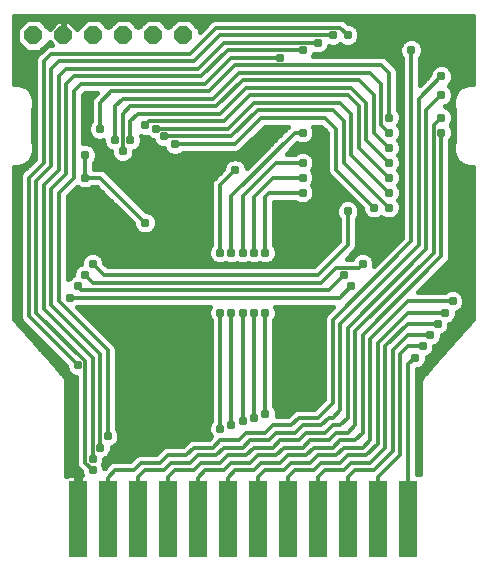
<source format=gbl>
G75*
%MOIN*%
%OFA0B0*%
%FSLAX24Y24*%
%IPPOS*%
%LPD*%
%AMOC8*
5,1,8,0,0,1.08239X$1,22.5*
%
%ADD10R,0.0600X0.2550*%
%ADD11OC8,0.0600*%
%ADD12C,0.0160*%
%ADD13C,0.0310*%
%ADD14C,0.0120*%
D10*
X002725Y003800D03*
X003725Y003800D03*
X004725Y003800D03*
X005725Y003800D03*
X006725Y003800D03*
X007725Y003800D03*
X008725Y003800D03*
X009725Y003800D03*
X010725Y003800D03*
X011725Y003800D03*
X012725Y003800D03*
X013725Y003800D03*
D11*
X006225Y019925D03*
X005225Y019925D03*
X004225Y019925D03*
X003225Y019925D03*
X002225Y019925D03*
X001225Y019925D03*
D12*
X000925Y019462D02*
X000580Y019462D01*
X000580Y019620D02*
X000766Y019620D01*
X000685Y019701D02*
X001001Y019385D01*
X001449Y019385D01*
X001765Y019701D01*
X001765Y019706D01*
X001861Y019610D01*
X001765Y019610D01*
X001655Y019564D01*
X001571Y019480D01*
X001321Y019230D01*
X001275Y019120D01*
X001275Y015809D01*
X000821Y015355D01*
X000775Y015245D01*
X000775Y010500D01*
X000821Y010390D01*
X002305Y008906D01*
X002305Y008856D01*
X002365Y008711D01*
X002476Y008600D01*
X002621Y008540D01*
X002650Y008540D01*
X002650Y005625D01*
X002696Y005515D01*
X002780Y005431D01*
X002805Y005406D01*
X002805Y005356D01*
X002847Y005255D01*
X002795Y005255D01*
X002795Y004675D01*
X002655Y004675D01*
X002655Y005255D01*
X002401Y005255D01*
X002356Y005243D01*
X002330Y005228D01*
X002330Y008284D01*
X002335Y008363D01*
X002330Y008379D01*
X002330Y008395D01*
X002300Y008469D01*
X002274Y008544D01*
X002263Y008557D01*
X002257Y008572D01*
X002201Y008628D01*
X000580Y010480D01*
X000580Y015538D01*
X000727Y015538D01*
X000805Y015570D01*
X000820Y015570D01*
X000997Y015643D01*
X001132Y015778D01*
X001205Y015955D01*
X001205Y015970D01*
X001237Y016048D01*
X001237Y016302D01*
X001205Y016380D01*
X001205Y017470D01*
X001237Y017548D01*
X001237Y017802D01*
X001205Y017880D01*
X001205Y017895D01*
X001132Y018072D01*
X000997Y018207D01*
X000820Y018280D01*
X000805Y018280D01*
X000727Y018312D01*
X000580Y018312D01*
X000580Y020570D01*
X015870Y020570D01*
X015870Y018312D01*
X015723Y018312D01*
X015645Y018280D01*
X015630Y018280D01*
X015453Y018207D01*
X015318Y018072D01*
X015245Y017895D01*
X015245Y017880D01*
X015213Y017802D01*
X015213Y017548D01*
X015245Y017470D01*
X015245Y016380D01*
X015213Y016302D01*
X015213Y016048D01*
X015245Y015970D01*
X015245Y015955D01*
X015318Y015778D01*
X015453Y015643D01*
X015630Y015570D01*
X015645Y015570D01*
X015723Y015538D01*
X015870Y015538D01*
X015870Y010480D01*
X014249Y008628D01*
X014193Y008572D01*
X014187Y008557D01*
X014176Y008544D01*
X014150Y008469D01*
X014120Y008395D01*
X014120Y008379D01*
X014115Y008363D01*
X014120Y008284D01*
X014120Y005295D01*
X014073Y005315D01*
X014025Y005315D01*
X014025Y008790D01*
X014029Y008790D01*
X014174Y008850D01*
X014285Y008961D01*
X014345Y009106D01*
X014345Y009193D01*
X014424Y009225D01*
X014535Y009336D01*
X014595Y009481D01*
X014595Y009568D01*
X014674Y009600D01*
X014785Y009711D01*
X014845Y009856D01*
X014845Y009943D01*
X014924Y009975D01*
X015035Y010086D01*
X015095Y010231D01*
X015095Y010318D01*
X015174Y010350D01*
X015285Y010461D01*
X015345Y010606D01*
X015345Y010693D01*
X015424Y010725D01*
X015535Y010836D01*
X015595Y010981D01*
X015595Y011139D01*
X015535Y011284D01*
X015424Y011395D01*
X015279Y011455D01*
X015121Y011455D01*
X014976Y011395D01*
X014941Y011360D01*
X014049Y011360D01*
X014995Y012306D01*
X015079Y012390D01*
X015125Y012500D01*
X015125Y016426D01*
X015160Y016461D01*
X015220Y016606D01*
X015220Y016764D01*
X015160Y016909D01*
X015134Y016935D01*
X015160Y016961D01*
X015220Y017106D01*
X015220Y017264D01*
X015160Y017409D01*
X015049Y017520D01*
X014952Y017560D01*
X015049Y017600D01*
X015160Y017711D01*
X015220Y017856D01*
X015220Y018014D01*
X015160Y018159D01*
X015071Y018248D01*
X015160Y018336D01*
X015220Y018481D01*
X015220Y018639D01*
X015160Y018784D01*
X015049Y018895D01*
X014904Y018955D01*
X014746Y018955D01*
X014601Y018895D01*
X014490Y018784D01*
X014430Y018639D01*
X014430Y018589D01*
X014125Y018284D01*
X014125Y019176D01*
X014160Y019211D01*
X014220Y019356D01*
X014220Y019514D01*
X014160Y019659D01*
X014049Y019770D01*
X013904Y019830D01*
X013746Y019830D01*
X013601Y019770D01*
X013490Y019659D01*
X013430Y019514D01*
X013430Y019356D01*
X013490Y019211D01*
X013525Y019176D01*
X013525Y013184D01*
X012595Y012254D01*
X012595Y012389D01*
X012535Y012534D01*
X012424Y012645D01*
X012279Y012705D01*
X012121Y012705D01*
X011976Y012645D01*
X011865Y012534D01*
X011845Y012485D01*
X011674Y012485D01*
X011954Y012765D01*
X012000Y012875D01*
X012000Y013801D01*
X012035Y013836D01*
X012095Y013981D01*
X012095Y014139D01*
X012035Y014284D01*
X011924Y014395D01*
X011779Y014455D01*
X011621Y014455D01*
X011476Y014395D01*
X011365Y014284D01*
X011305Y014139D01*
X011305Y013981D01*
X011365Y013836D01*
X011400Y013801D01*
X011400Y013059D01*
X010576Y012235D01*
X003699Y012235D01*
X003595Y012339D01*
X003595Y012389D01*
X003535Y012534D01*
X003424Y012645D01*
X003279Y012705D01*
X003121Y012705D01*
X002976Y012645D01*
X002865Y012534D01*
X002805Y012389D01*
X002805Y012302D01*
X002726Y012270D01*
X002615Y012159D01*
X002555Y012014D01*
X002555Y011927D01*
X002476Y011895D01*
X002375Y011794D01*
X002375Y014561D01*
X002695Y014881D01*
X002726Y014850D01*
X002871Y014790D01*
X003029Y014790D01*
X003174Y014850D01*
X003209Y014885D01*
X003326Y014885D01*
X004555Y013656D01*
X004555Y013606D01*
X004615Y013461D01*
X004726Y013350D01*
X004871Y013290D01*
X005029Y013290D01*
X005174Y013350D01*
X005285Y013461D01*
X005345Y013606D01*
X005345Y013764D01*
X005285Y013909D01*
X005174Y014020D01*
X005029Y014080D01*
X004979Y014080D01*
X003620Y015439D01*
X003510Y015485D01*
X003250Y015485D01*
X003250Y015676D01*
X003285Y015711D01*
X003345Y015856D01*
X003345Y016014D01*
X003285Y016159D01*
X003174Y016270D01*
X003029Y016330D01*
X002875Y016330D01*
X002875Y017936D01*
X002949Y018010D01*
X003351Y018010D01*
X003196Y017855D01*
X003150Y017745D01*
X003150Y017069D01*
X003115Y017034D01*
X003055Y016889D01*
X003055Y016731D01*
X003115Y016586D01*
X003226Y016475D01*
X003371Y016415D01*
X003529Y016415D01*
X003555Y016426D01*
X003555Y016356D01*
X003615Y016211D01*
X003726Y016100D01*
X003805Y016068D01*
X003805Y015981D01*
X003865Y015836D01*
X003976Y015725D01*
X004121Y015665D01*
X004279Y015665D01*
X004424Y015725D01*
X004535Y015836D01*
X004595Y015981D01*
X004595Y016068D01*
X004674Y016100D01*
X004785Y016211D01*
X004845Y016356D01*
X004845Y016514D01*
X004826Y016559D01*
X004871Y016540D01*
X005029Y016540D01*
X005034Y016542D01*
X005101Y016475D01*
X005199Y016434D01*
X005240Y016336D01*
X005351Y016225D01*
X005496Y016165D01*
X005583Y016165D01*
X005615Y016086D01*
X005726Y015975D01*
X005871Y015915D01*
X006029Y015915D01*
X006174Y015975D01*
X006209Y016010D01*
X008010Y016010D01*
X008120Y016056D01*
X008949Y016885D01*
X009726Y016885D01*
X009696Y016855D01*
X008345Y015504D01*
X008345Y015514D01*
X008285Y015659D01*
X008174Y015770D01*
X008029Y015830D01*
X007871Y015830D01*
X007726Y015770D01*
X007615Y015659D01*
X007555Y015514D01*
X007555Y015464D01*
X007196Y015105D01*
X007150Y014995D01*
X007150Y012944D01*
X007115Y012909D01*
X007055Y012764D01*
X007055Y012606D01*
X007115Y012461D01*
X007226Y012350D01*
X007371Y012290D01*
X007529Y012290D01*
X007637Y012335D01*
X007746Y012290D01*
X007904Y012290D01*
X008013Y012335D01*
X008121Y012290D01*
X008279Y012290D01*
X008387Y012335D01*
X008496Y012290D01*
X008654Y012290D01*
X008762Y012335D01*
X008871Y012290D01*
X009029Y012290D01*
X009174Y012350D01*
X009285Y012461D01*
X009345Y012606D01*
X009345Y012764D01*
X009285Y012909D01*
X009250Y012944D01*
X009250Y014375D01*
X009951Y014375D01*
X009976Y014350D01*
X010121Y014290D01*
X010279Y014290D01*
X010424Y014350D01*
X010535Y014461D01*
X010595Y014606D01*
X010595Y014764D01*
X010535Y014909D01*
X010509Y014935D01*
X010535Y014961D01*
X010595Y015106D01*
X010595Y015264D01*
X010535Y015409D01*
X010509Y015435D01*
X010535Y015461D01*
X010595Y015606D01*
X010595Y015764D01*
X010535Y015909D01*
X010424Y016020D01*
X010279Y016080D01*
X010121Y016080D01*
X009976Y016020D01*
X009941Y015985D01*
X009674Y015985D01*
X010021Y016332D01*
X010121Y016290D01*
X010279Y016290D01*
X010424Y016350D01*
X010535Y016461D01*
X010595Y016606D01*
X010595Y016764D01*
X010545Y016885D01*
X010826Y016885D01*
X011025Y016686D01*
X011025Y015375D01*
X011071Y015265D01*
X012180Y014156D01*
X012180Y014106D01*
X012240Y013961D01*
X012351Y013850D01*
X012496Y013790D01*
X012654Y013790D01*
X012799Y013850D01*
X012825Y013876D01*
X012851Y013850D01*
X012996Y013790D01*
X013154Y013790D01*
X013299Y013850D01*
X013410Y013961D01*
X013470Y014106D01*
X013470Y014264D01*
X013410Y014409D01*
X013384Y014435D01*
X013410Y014461D01*
X013470Y014606D01*
X013470Y014764D01*
X013410Y014909D01*
X013384Y014935D01*
X013410Y014961D01*
X013470Y015106D01*
X013470Y015264D01*
X013410Y015409D01*
X013384Y015435D01*
X013410Y015461D01*
X013470Y015606D01*
X013470Y015764D01*
X013410Y015909D01*
X013384Y015935D01*
X013410Y015961D01*
X013470Y016106D01*
X013470Y016264D01*
X013410Y016409D01*
X013384Y016435D01*
X013410Y016461D01*
X013470Y016606D01*
X013470Y016764D01*
X013410Y016909D01*
X013384Y016935D01*
X013410Y016961D01*
X013470Y017106D01*
X013470Y017264D01*
X013410Y017409D01*
X013375Y017444D01*
X013375Y018745D01*
X013329Y018855D01*
X013245Y018939D01*
X012995Y019189D01*
X012885Y019235D01*
X010545Y019235D01*
X010575Y019309D01*
X010621Y019290D01*
X010779Y019290D01*
X010924Y019350D01*
X011035Y019461D01*
X011075Y019559D01*
X011121Y019540D01*
X011279Y019540D01*
X011424Y019600D01*
X011450Y019626D01*
X011476Y019600D01*
X011621Y019540D01*
X011779Y019540D01*
X011924Y019600D01*
X012035Y019711D01*
X012095Y019856D01*
X012095Y020014D01*
X012035Y020159D01*
X011924Y020270D01*
X011779Y020330D01*
X011729Y020330D01*
X011620Y020439D01*
X011510Y020485D01*
X007265Y020485D01*
X007155Y020439D01*
X007071Y020355D01*
X006765Y020049D01*
X006765Y020149D01*
X006449Y020465D01*
X006001Y020465D01*
X005725Y020189D01*
X005449Y020465D01*
X005001Y020465D01*
X004725Y020189D01*
X004449Y020465D01*
X004001Y020465D01*
X003725Y020189D01*
X003449Y020465D01*
X003001Y020465D01*
X002685Y020149D01*
X002685Y020144D01*
X002424Y020405D01*
X002245Y020405D01*
X002245Y019945D01*
X002205Y019945D01*
X002205Y020405D01*
X002026Y020405D01*
X001765Y020144D01*
X001765Y020149D01*
X001449Y020465D01*
X001001Y020465D01*
X000685Y020149D01*
X000685Y019701D01*
X000685Y019779D02*
X000580Y019779D01*
X000580Y019937D02*
X000685Y019937D01*
X000685Y020096D02*
X000580Y020096D01*
X000580Y020254D02*
X000790Y020254D01*
X000949Y020413D02*
X000580Y020413D01*
X001501Y020413D02*
X002949Y020413D01*
X002790Y020254D02*
X002575Y020254D01*
X002245Y020254D02*
X002205Y020254D01*
X002205Y020096D02*
X002245Y020096D01*
X001875Y020254D02*
X001660Y020254D01*
X001684Y019620D02*
X001851Y019620D01*
X001552Y019462D02*
X001525Y019462D01*
X001394Y019303D02*
X000580Y019303D01*
X000580Y019145D02*
X001285Y019145D01*
X001275Y018986D02*
X000580Y018986D01*
X000580Y018828D02*
X001275Y018828D01*
X001275Y018669D02*
X000580Y018669D01*
X000580Y018511D02*
X001275Y018511D01*
X001275Y018352D02*
X000580Y018352D01*
X001010Y018194D02*
X001275Y018194D01*
X001275Y018035D02*
X001147Y018035D01*
X001207Y017877D02*
X001275Y017877D01*
X001275Y017718D02*
X001237Y017718D01*
X001237Y017560D02*
X001275Y017560D01*
X001275Y017401D02*
X001205Y017401D01*
X001205Y017243D02*
X001275Y017243D01*
X001275Y017084D02*
X001205Y017084D01*
X001205Y016926D02*
X001275Y016926D01*
X001275Y016767D02*
X001205Y016767D01*
X001205Y016609D02*
X001275Y016609D01*
X001275Y016450D02*
X001205Y016450D01*
X001237Y016292D02*
X001275Y016292D01*
X001275Y016133D02*
X001237Y016133D01*
X001207Y015975D02*
X001275Y015975D01*
X001275Y015816D02*
X001148Y015816D01*
X001123Y015658D02*
X001011Y015658D01*
X000965Y015499D02*
X000580Y015499D01*
X000580Y015341D02*
X000815Y015341D01*
X000775Y015182D02*
X000580Y015182D01*
X000580Y015024D02*
X000775Y015024D01*
X000775Y014865D02*
X000580Y014865D01*
X000580Y014707D02*
X000775Y014707D01*
X000775Y014548D02*
X000580Y014548D01*
X000580Y014390D02*
X000775Y014390D01*
X000775Y014231D02*
X000580Y014231D01*
X000580Y014073D02*
X000775Y014073D01*
X000775Y013914D02*
X000580Y013914D01*
X000580Y013756D02*
X000775Y013756D01*
X000775Y013597D02*
X000580Y013597D01*
X000580Y013439D02*
X000775Y013439D01*
X000775Y013280D02*
X000580Y013280D01*
X000580Y013122D02*
X000775Y013122D01*
X000775Y012963D02*
X000580Y012963D01*
X000580Y012805D02*
X000775Y012805D01*
X000775Y012646D02*
X000580Y012646D01*
X000580Y012488D02*
X000775Y012488D01*
X000775Y012329D02*
X000580Y012329D01*
X000580Y012171D02*
X000775Y012171D01*
X000775Y012012D02*
X000580Y012012D01*
X000580Y011854D02*
X000775Y011854D01*
X000775Y011695D02*
X000580Y011695D01*
X000580Y011537D02*
X000775Y011537D01*
X000775Y011378D02*
X000580Y011378D01*
X000580Y011220D02*
X000775Y011220D01*
X000775Y011061D02*
X000580Y011061D01*
X000580Y010903D02*
X000775Y010903D01*
X000775Y010744D02*
X000580Y010744D01*
X000580Y010586D02*
X000775Y010586D01*
X000805Y010427D02*
X000627Y010427D01*
X000765Y010269D02*
X000942Y010269D01*
X000904Y010110D02*
X001101Y010110D01*
X001043Y009952D02*
X001259Y009952D01*
X001181Y009793D02*
X001418Y009793D01*
X001320Y009635D02*
X001576Y009635D01*
X001459Y009476D02*
X001735Y009476D01*
X001597Y009318D02*
X001893Y009318D01*
X001736Y009159D02*
X002052Y009159D01*
X002210Y009001D02*
X001875Y009001D01*
X002014Y008842D02*
X002311Y008842D01*
X002393Y008684D02*
X002152Y008684D01*
X002281Y008525D02*
X002650Y008525D01*
X002650Y008367D02*
X002334Y008367D01*
X002330Y008208D02*
X002650Y008208D01*
X002650Y008050D02*
X002330Y008050D01*
X002330Y007891D02*
X002650Y007891D01*
X002650Y007733D02*
X002330Y007733D01*
X002330Y007574D02*
X002650Y007574D01*
X002650Y007416D02*
X002330Y007416D01*
X002330Y007257D02*
X002650Y007257D01*
X002650Y007099D02*
X002330Y007099D01*
X002330Y006940D02*
X002650Y006940D01*
X002650Y006782D02*
X002330Y006782D01*
X002330Y006623D02*
X002650Y006623D01*
X002650Y006465D02*
X002330Y006465D01*
X002330Y006306D02*
X002650Y006306D01*
X002650Y006148D02*
X002330Y006148D01*
X002330Y005989D02*
X002650Y005989D01*
X002650Y005831D02*
X002330Y005831D01*
X002330Y005672D02*
X002650Y005672D01*
X002697Y005514D02*
X002330Y005514D01*
X002330Y005355D02*
X002806Y005355D01*
X002795Y005197D02*
X002655Y005197D01*
X002655Y005038D02*
X002795Y005038D01*
X002795Y004880D02*
X002655Y004880D01*
X002655Y004721D02*
X002795Y004721D01*
X003595Y005504D02*
X003595Y005514D01*
X003550Y005622D01*
X003595Y005731D01*
X003595Y005818D01*
X003674Y005850D01*
X003785Y005961D01*
X003845Y006106D01*
X003845Y006193D01*
X003924Y006225D01*
X004035Y006336D01*
X004095Y006481D01*
X004095Y006639D01*
X004035Y006784D01*
X004000Y006819D01*
X004000Y009495D01*
X003954Y009605D01*
X002691Y010868D01*
X002709Y010885D01*
X007105Y010885D01*
X007055Y010764D01*
X007055Y010606D01*
X007115Y010461D01*
X007150Y010426D01*
X007150Y007069D01*
X007115Y007034D01*
X007055Y006889D01*
X007055Y006731D01*
X007115Y006586D01*
X007146Y006555D01*
X007076Y006485D01*
X006515Y006485D01*
X006405Y006439D01*
X006201Y006235D01*
X005640Y006235D01*
X005530Y006189D01*
X005326Y005985D01*
X004765Y005985D01*
X004655Y005939D01*
X004451Y005735D01*
X003890Y005735D01*
X003780Y005689D01*
X003595Y005504D01*
X003595Y005514D02*
X003604Y005514D01*
X003570Y005672D02*
X003763Y005672D01*
X003626Y005831D02*
X004546Y005831D01*
X004005Y006306D02*
X006272Y006306D01*
X006466Y006465D02*
X004088Y006465D01*
X004095Y006623D02*
X007100Y006623D01*
X007055Y006782D02*
X004036Y006782D01*
X004000Y006940D02*
X007076Y006940D01*
X007150Y007099D02*
X004000Y007099D01*
X004000Y007257D02*
X007150Y007257D01*
X007150Y007416D02*
X004000Y007416D01*
X004000Y007574D02*
X007150Y007574D01*
X007150Y007733D02*
X004000Y007733D01*
X004000Y007891D02*
X007150Y007891D01*
X007150Y008050D02*
X004000Y008050D01*
X004000Y008208D02*
X007150Y008208D01*
X007150Y008367D02*
X004000Y008367D01*
X004000Y008525D02*
X007150Y008525D01*
X007150Y008684D02*
X004000Y008684D01*
X004000Y008842D02*
X007150Y008842D01*
X007150Y009001D02*
X004000Y009001D01*
X004000Y009159D02*
X007150Y009159D01*
X007150Y009318D02*
X004000Y009318D01*
X004000Y009476D02*
X007150Y009476D01*
X007150Y009635D02*
X003925Y009635D01*
X003766Y009793D02*
X007150Y009793D01*
X007150Y009952D02*
X003608Y009952D01*
X003449Y010110D02*
X007150Y010110D01*
X007150Y010269D02*
X003291Y010269D01*
X003132Y010427D02*
X007149Y010427D01*
X007064Y010586D02*
X002974Y010586D01*
X002815Y010744D02*
X007055Y010744D01*
X007277Y012329D02*
X003605Y012329D01*
X003554Y012488D02*
X007104Y012488D01*
X007055Y012646D02*
X003421Y012646D01*
X002979Y012646D02*
X002375Y012646D01*
X002375Y012488D02*
X002846Y012488D01*
X002805Y012329D02*
X002375Y012329D01*
X002375Y012171D02*
X002627Y012171D01*
X002555Y012012D02*
X002375Y012012D01*
X002375Y011854D02*
X002435Y011854D01*
X002375Y012805D02*
X007072Y012805D01*
X007150Y012963D02*
X002375Y012963D01*
X002375Y013122D02*
X007150Y013122D01*
X007150Y013280D02*
X002375Y013280D01*
X002375Y013439D02*
X004638Y013439D01*
X004559Y013597D02*
X002375Y013597D01*
X002375Y013756D02*
X004455Y013756D01*
X004297Y013914D02*
X002375Y013914D01*
X002375Y014073D02*
X004138Y014073D01*
X003980Y014231D02*
X002375Y014231D01*
X002375Y014390D02*
X003821Y014390D01*
X003663Y014548D02*
X002375Y014548D01*
X002521Y014707D02*
X003504Y014707D01*
X003346Y014865D02*
X003189Y014865D01*
X002711Y014865D02*
X002679Y014865D01*
X003250Y015499D02*
X007555Y015499D01*
X007615Y015658D02*
X003250Y015658D01*
X003328Y015816D02*
X003885Y015816D01*
X003808Y015975D02*
X003345Y015975D01*
X003296Y016133D02*
X003693Y016133D01*
X003582Y016292D02*
X003121Y016292D01*
X003287Y016450D02*
X002875Y016450D01*
X002875Y016609D02*
X003106Y016609D01*
X003055Y016767D02*
X002875Y016767D01*
X002875Y016926D02*
X003070Y016926D01*
X003150Y017084D02*
X002875Y017084D01*
X002875Y017243D02*
X003150Y017243D01*
X003150Y017401D02*
X002875Y017401D01*
X002875Y017560D02*
X003150Y017560D01*
X003150Y017718D02*
X002875Y017718D01*
X002875Y017877D02*
X003217Y017877D01*
X004707Y016133D02*
X005596Y016133D01*
X005728Y015975D02*
X004592Y015975D01*
X004515Y015816D02*
X007838Y015816D01*
X008062Y015816D02*
X008657Y015816D01*
X008815Y015975D02*
X006172Y015975D01*
X005285Y016292D02*
X004818Y016292D01*
X004845Y016450D02*
X005162Y016450D01*
X004036Y015024D02*
X007162Y015024D01*
X007150Y014865D02*
X004194Y014865D01*
X004353Y014707D02*
X007150Y014707D01*
X007150Y014548D02*
X004511Y014548D01*
X004670Y014390D02*
X007150Y014390D01*
X007150Y014231D02*
X004828Y014231D01*
X005047Y014073D02*
X007150Y014073D01*
X007150Y013914D02*
X005280Y013914D01*
X005345Y013756D02*
X007150Y013756D01*
X007150Y013597D02*
X005341Y013597D01*
X005262Y013439D02*
X007150Y013439D01*
X007623Y012329D02*
X007652Y012329D01*
X007998Y012329D02*
X008027Y012329D01*
X008373Y012329D02*
X008402Y012329D01*
X008748Y012329D02*
X008777Y012329D01*
X009123Y012329D02*
X010670Y012329D01*
X010828Y012488D02*
X009296Y012488D01*
X009345Y012646D02*
X010987Y012646D01*
X011145Y012805D02*
X009328Y012805D01*
X009250Y012963D02*
X011304Y012963D01*
X011400Y013122D02*
X009250Y013122D01*
X009250Y013280D02*
X011400Y013280D01*
X011400Y013439D02*
X009250Y013439D01*
X009250Y013597D02*
X011400Y013597D01*
X011400Y013756D02*
X009250Y013756D01*
X009250Y013914D02*
X011333Y013914D01*
X011305Y014073D02*
X009250Y014073D01*
X009250Y014231D02*
X011343Y014231D01*
X011471Y014390D02*
X010463Y014390D01*
X010571Y014548D02*
X011788Y014548D01*
X011929Y014390D02*
X011946Y014390D01*
X012057Y014231D02*
X012105Y014231D01*
X012095Y014073D02*
X012194Y014073D01*
X012287Y013914D02*
X012067Y013914D01*
X012000Y013756D02*
X013525Y013756D01*
X013525Y013914D02*
X013363Y013914D01*
X013456Y014073D02*
X013525Y014073D01*
X013525Y014231D02*
X013470Y014231D01*
X013418Y014390D02*
X013525Y014390D01*
X013525Y014548D02*
X013446Y014548D01*
X013470Y014707D02*
X013525Y014707D01*
X013525Y014865D02*
X013428Y014865D01*
X013436Y015024D02*
X013525Y015024D01*
X013525Y015182D02*
X013470Y015182D01*
X013438Y015341D02*
X013525Y015341D01*
X013525Y015499D02*
X013426Y015499D01*
X013470Y015658D02*
X013525Y015658D01*
X013525Y015816D02*
X013448Y015816D01*
X013415Y015975D02*
X013525Y015975D01*
X013525Y016133D02*
X013470Y016133D01*
X013458Y016292D02*
X013525Y016292D01*
X013525Y016450D02*
X013399Y016450D01*
X013470Y016609D02*
X013525Y016609D01*
X013525Y016767D02*
X013469Y016767D01*
X013525Y016926D02*
X013393Y016926D01*
X013461Y017084D02*
X013525Y017084D01*
X013525Y017243D02*
X013470Y017243D01*
X013413Y017401D02*
X013525Y017401D01*
X013525Y017560D02*
X013375Y017560D01*
X013375Y017718D02*
X013525Y017718D01*
X013525Y017877D02*
X013375Y017877D01*
X013375Y018035D02*
X013525Y018035D01*
X013525Y018194D02*
X013375Y018194D01*
X013375Y018352D02*
X013525Y018352D01*
X013525Y018511D02*
X013375Y018511D01*
X013375Y018669D02*
X013525Y018669D01*
X013525Y018828D02*
X013341Y018828D01*
X013198Y018986D02*
X013525Y018986D01*
X013525Y019145D02*
X013040Y019145D01*
X013452Y019303D02*
X010810Y019303D01*
X010590Y019303D02*
X010573Y019303D01*
X011035Y019462D02*
X013430Y019462D01*
X013474Y019620D02*
X011944Y019620D01*
X012063Y019779D02*
X013622Y019779D01*
X014028Y019779D02*
X015870Y019779D01*
X015870Y019937D02*
X012095Y019937D01*
X012061Y020096D02*
X015870Y020096D01*
X015870Y020254D02*
X011940Y020254D01*
X011647Y020413D02*
X015870Y020413D01*
X015870Y019620D02*
X014176Y019620D01*
X014220Y019462D02*
X015870Y019462D01*
X015870Y019303D02*
X014198Y019303D01*
X014125Y019145D02*
X015870Y019145D01*
X015870Y018986D02*
X014125Y018986D01*
X014125Y018828D02*
X014534Y018828D01*
X014443Y018669D02*
X014125Y018669D01*
X014125Y018511D02*
X014351Y018511D01*
X014193Y018352D02*
X014125Y018352D01*
X014953Y017560D02*
X015213Y017560D01*
X015213Y017718D02*
X015163Y017718D01*
X015220Y017877D02*
X015243Y017877D01*
X015211Y018035D02*
X015303Y018035D01*
X015440Y018194D02*
X015125Y018194D01*
X015166Y018352D02*
X015870Y018352D01*
X015870Y018511D02*
X015220Y018511D01*
X015207Y018669D02*
X015870Y018669D01*
X015870Y018828D02*
X015116Y018828D01*
X015163Y017401D02*
X015245Y017401D01*
X015245Y017243D02*
X015220Y017243D01*
X015211Y017084D02*
X015245Y017084D01*
X015245Y016926D02*
X015143Y016926D01*
X015219Y016767D02*
X015245Y016767D01*
X015245Y016609D02*
X015220Y016609D01*
X015245Y016450D02*
X015149Y016450D01*
X015125Y016292D02*
X015213Y016292D01*
X015213Y016133D02*
X015125Y016133D01*
X015125Y015975D02*
X015243Y015975D01*
X015302Y015816D02*
X015125Y015816D01*
X015125Y015658D02*
X015439Y015658D01*
X015125Y015499D02*
X015870Y015499D01*
X015870Y015341D02*
X015125Y015341D01*
X015125Y015182D02*
X015870Y015182D01*
X015870Y015024D02*
X015125Y015024D01*
X015125Y014865D02*
X015870Y014865D01*
X015870Y014707D02*
X015125Y014707D01*
X015125Y014548D02*
X015870Y014548D01*
X015870Y014390D02*
X015125Y014390D01*
X015125Y014231D02*
X015870Y014231D01*
X015870Y014073D02*
X015125Y014073D01*
X015125Y013914D02*
X015870Y013914D01*
X015870Y013756D02*
X015125Y013756D01*
X015125Y013597D02*
X015870Y013597D01*
X015870Y013439D02*
X015125Y013439D01*
X015125Y013280D02*
X015870Y013280D01*
X015870Y013122D02*
X015125Y013122D01*
X015125Y012963D02*
X015870Y012963D01*
X015870Y012805D02*
X015125Y012805D01*
X015125Y012646D02*
X015870Y012646D01*
X015870Y012488D02*
X015120Y012488D01*
X015018Y012329D02*
X015870Y012329D01*
X015870Y012171D02*
X014860Y012171D01*
X014701Y012012D02*
X015870Y012012D01*
X015870Y011854D02*
X014543Y011854D01*
X014384Y011695D02*
X015870Y011695D01*
X015870Y011537D02*
X014226Y011537D01*
X014067Y011378D02*
X014959Y011378D01*
X015441Y011378D02*
X015870Y011378D01*
X015870Y011220D02*
X015561Y011220D01*
X015595Y011061D02*
X015870Y011061D01*
X015870Y010903D02*
X015562Y010903D01*
X015443Y010744D02*
X015870Y010744D01*
X015870Y010586D02*
X015336Y010586D01*
X015251Y010427D02*
X015823Y010427D01*
X015685Y010269D02*
X015095Y010269D01*
X015045Y010110D02*
X015546Y010110D01*
X015407Y009952D02*
X014867Y009952D01*
X014819Y009793D02*
X015269Y009793D01*
X015130Y009635D02*
X014708Y009635D01*
X014593Y009476D02*
X014991Y009476D01*
X014853Y009318D02*
X014516Y009318D01*
X014345Y009159D02*
X014714Y009159D01*
X014575Y009001D02*
X014301Y009001D01*
X014436Y008842D02*
X014154Y008842D01*
X014025Y008684D02*
X014298Y008684D01*
X014169Y008525D02*
X014025Y008525D01*
X014025Y008367D02*
X014116Y008367D01*
X014120Y008208D02*
X014025Y008208D01*
X014025Y008050D02*
X014120Y008050D01*
X014120Y007891D02*
X014025Y007891D01*
X014025Y007733D02*
X014120Y007733D01*
X014120Y007574D02*
X014025Y007574D01*
X014025Y007416D02*
X014120Y007416D01*
X014120Y007257D02*
X014025Y007257D01*
X014025Y007099D02*
X014120Y007099D01*
X014120Y006940D02*
X014025Y006940D01*
X014025Y006782D02*
X014120Y006782D01*
X014120Y006623D02*
X014025Y006623D01*
X014025Y006465D02*
X014120Y006465D01*
X014120Y006306D02*
X014025Y006306D01*
X014025Y006148D02*
X014120Y006148D01*
X014120Y005989D02*
X014025Y005989D01*
X014025Y005831D02*
X014120Y005831D01*
X014120Y005672D02*
X014025Y005672D01*
X014025Y005514D02*
X014120Y005514D01*
X014120Y005355D02*
X014025Y005355D01*
X010900Y007809D02*
X010576Y007485D01*
X010015Y007485D01*
X009905Y007439D01*
X009701Y007235D01*
X009345Y007235D01*
X009345Y007389D01*
X009285Y007534D01*
X009250Y007569D01*
X009250Y010426D01*
X009285Y010461D01*
X009345Y010606D01*
X009345Y010764D01*
X009295Y010885D01*
X011226Y010885D01*
X010946Y010605D01*
X010900Y010495D01*
X010900Y007809D01*
X010900Y007891D02*
X009250Y007891D01*
X009250Y007733D02*
X010823Y007733D01*
X010665Y007574D02*
X009250Y007574D01*
X009334Y007416D02*
X009881Y007416D01*
X009723Y007257D02*
X009345Y007257D01*
X009250Y008050D02*
X010900Y008050D01*
X010900Y008208D02*
X009250Y008208D01*
X009250Y008367D02*
X010900Y008367D01*
X010900Y008525D02*
X009250Y008525D01*
X009250Y008684D02*
X010900Y008684D01*
X010900Y008842D02*
X009250Y008842D01*
X009250Y009001D02*
X010900Y009001D01*
X010900Y009159D02*
X009250Y009159D01*
X009250Y009318D02*
X010900Y009318D01*
X010900Y009476D02*
X009250Y009476D01*
X009250Y009635D02*
X010900Y009635D01*
X010900Y009793D02*
X009250Y009793D01*
X009250Y009952D02*
X010900Y009952D01*
X010900Y010110D02*
X009250Y010110D01*
X009250Y010269D02*
X010900Y010269D01*
X010900Y010427D02*
X009251Y010427D01*
X009336Y010586D02*
X010938Y010586D01*
X011085Y010744D02*
X009345Y010744D01*
X011677Y012488D02*
X011846Y012488D01*
X011835Y012646D02*
X011979Y012646D01*
X011971Y012805D02*
X013145Y012805D01*
X013304Y012963D02*
X012000Y012963D01*
X012000Y013122D02*
X013462Y013122D01*
X013525Y013280D02*
X012000Y013280D01*
X012000Y013439D02*
X013525Y013439D01*
X013525Y013597D02*
X012000Y013597D01*
X012421Y012646D02*
X012987Y012646D01*
X012828Y012488D02*
X012554Y012488D01*
X012595Y012329D02*
X012670Y012329D01*
X011629Y014707D02*
X010595Y014707D01*
X010553Y014865D02*
X011471Y014865D01*
X011312Y015024D02*
X010561Y015024D01*
X010595Y015182D02*
X011154Y015182D01*
X011039Y015341D02*
X010563Y015341D01*
X010551Y015499D02*
X011025Y015499D01*
X011025Y015658D02*
X010595Y015658D01*
X010573Y015816D02*
X011025Y015816D01*
X011025Y015975D02*
X010469Y015975D01*
X010282Y016292D02*
X011025Y016292D01*
X011025Y016450D02*
X010524Y016450D01*
X010595Y016609D02*
X011025Y016609D01*
X010944Y016767D02*
X010594Y016767D01*
X010118Y016292D02*
X009981Y016292D01*
X009822Y016133D02*
X011025Y016133D01*
X009608Y016767D02*
X008831Y016767D01*
X008673Y016609D02*
X009449Y016609D01*
X009291Y016450D02*
X008514Y016450D01*
X008356Y016292D02*
X009132Y016292D01*
X008974Y016133D02*
X008197Y016133D01*
X008285Y015658D02*
X008498Y015658D01*
X007431Y015341D02*
X003719Y015341D01*
X003877Y015182D02*
X007273Y015182D01*
X006811Y020096D02*
X006765Y020096D01*
X006660Y020254D02*
X006970Y020254D01*
X007128Y020413D02*
X006501Y020413D01*
X005949Y020413D02*
X005501Y020413D01*
X005660Y020254D02*
X005790Y020254D01*
X004949Y020413D02*
X004501Y020413D01*
X004660Y020254D02*
X004790Y020254D01*
X003949Y020413D02*
X003501Y020413D01*
X003660Y020254D02*
X003790Y020254D01*
X011444Y019620D02*
X011456Y019620D01*
X005488Y006148D02*
X003845Y006148D01*
X003796Y005989D02*
X005330Y005989D01*
D13*
X003700Y006560D03*
X003450Y006185D03*
X003200Y005810D03*
X003200Y005435D03*
X002700Y008935D03*
X002450Y011185D03*
X002700Y011560D03*
X002950Y011935D03*
X003200Y012310D03*
X004950Y013685D03*
X004950Y015310D03*
X004200Y016060D03*
X003950Y016435D03*
X004450Y016435D03*
X004950Y016935D03*
X005325Y016810D03*
X005575Y016560D03*
X005950Y016310D03*
X007950Y015435D03*
X007825Y012685D03*
X007450Y012685D03*
X006825Y012435D03*
X008200Y012685D03*
X008575Y012685D03*
X008950Y012685D03*
X010200Y014685D03*
X010200Y015185D03*
X010200Y015685D03*
X010200Y016685D03*
X009450Y019185D03*
X010200Y019435D03*
X010700Y019685D03*
X011200Y019935D03*
X011700Y019935D03*
X013075Y017185D03*
X013075Y016685D03*
X013075Y016185D03*
X013075Y015685D03*
X013075Y015185D03*
X013075Y014685D03*
X013075Y014185D03*
X012575Y014185D03*
X011700Y014060D03*
X010825Y014060D03*
X012200Y012310D03*
X011575Y011935D03*
X011825Y011560D03*
X010200Y010185D03*
X008950Y010685D03*
X008575Y010685D03*
X008200Y010685D03*
X007825Y010685D03*
X007450Y010685D03*
X007075Y009435D03*
X005950Y010685D03*
X008575Y007185D03*
X008950Y007310D03*
X008200Y007060D03*
X007825Y006935D03*
X007450Y006810D03*
X013950Y009185D03*
X014200Y009560D03*
X014450Y009935D03*
X014700Y010310D03*
X014950Y010685D03*
X015200Y011060D03*
X014825Y016685D03*
X014825Y017185D03*
X014825Y017935D03*
X014825Y018560D03*
X013825Y019435D03*
X015575Y020310D03*
X003450Y016810D03*
X002950Y015935D03*
X002950Y015185D03*
D14*
X002950Y015935D01*
X002325Y015310D02*
X002325Y018310D01*
X002575Y018560D01*
X006825Y018560D01*
X007700Y019435D01*
X010200Y019435D01*
X010700Y019685D02*
X007575Y019685D01*
X006700Y018810D01*
X002325Y018810D01*
X002075Y018560D01*
X002075Y015435D01*
X001575Y014935D01*
X001575Y010810D01*
X003200Y009185D01*
X003200Y005810D01*
X003450Y006185D02*
X003450Y009310D01*
X001825Y010935D01*
X001825Y014810D01*
X002325Y015310D01*
X002575Y015185D02*
X002575Y018060D01*
X002825Y018310D01*
X006950Y018310D01*
X007825Y019185D01*
X009450Y019185D01*
X008450Y017935D02*
X011700Y017935D01*
X012075Y017560D01*
X012075Y016185D01*
X013075Y015185D01*
X013075Y014685D02*
X011825Y015935D01*
X011825Y017310D01*
X011450Y017685D01*
X008575Y017685D01*
X007700Y016810D01*
X005325Y016810D01*
X005575Y016560D02*
X007825Y016560D01*
X008700Y017435D01*
X011200Y017435D01*
X011575Y017060D01*
X011575Y015685D01*
X013075Y014185D01*
X012575Y014185D02*
X011325Y015435D01*
X011325Y016810D01*
X010950Y017185D01*
X008825Y017185D01*
X007950Y016310D01*
X005950Y016310D01*
X005075Y017060D02*
X004950Y016935D01*
X005075Y017060D02*
X007575Y017060D01*
X008450Y017935D01*
X008325Y018185D02*
X011825Y018185D01*
X012325Y017685D01*
X012325Y016435D01*
X013075Y015685D01*
X013075Y016185D02*
X012575Y016685D01*
X012575Y017935D01*
X012075Y018435D01*
X008200Y018435D01*
X007325Y017560D01*
X004450Y017560D01*
X004200Y017310D01*
X004200Y016060D01*
X003950Y016435D02*
X003950Y017560D01*
X004200Y017810D01*
X007200Y017810D01*
X008075Y018685D01*
X012450Y018685D01*
X012825Y018310D01*
X012825Y016935D01*
X013075Y016685D01*
X013075Y017185D02*
X013075Y018685D01*
X012825Y018935D01*
X007950Y018935D01*
X007075Y018060D01*
X003825Y018060D01*
X003450Y017685D01*
X003450Y016810D01*
X004450Y017060D02*
X004450Y016435D01*
X004450Y017060D02*
X004700Y017310D01*
X007450Y017310D01*
X008325Y018185D01*
X007450Y019935D02*
X011200Y019935D01*
X011450Y020185D02*
X011700Y019935D01*
X011450Y020185D02*
X007325Y020185D01*
X006450Y019310D01*
X001825Y019310D01*
X001575Y019060D01*
X001575Y015685D01*
X001075Y015185D01*
X001075Y010560D01*
X002700Y008935D01*
X002950Y009060D02*
X002950Y005685D01*
X003200Y005435D01*
X003700Y005185D02*
X003950Y005435D01*
X004575Y005435D01*
X004825Y005685D01*
X005450Y005685D01*
X005700Y005935D01*
X006325Y005935D01*
X006575Y006185D01*
X007200Y006185D01*
X007450Y006435D01*
X008075Y006435D01*
X008325Y006685D01*
X008950Y006685D01*
X009200Y006935D01*
X009825Y006935D01*
X010075Y007185D01*
X010700Y007185D01*
X011200Y007685D01*
X011200Y010435D01*
X013825Y013060D01*
X013825Y019435D01*
X014825Y018560D02*
X014075Y017810D01*
X014075Y012935D01*
X011450Y010310D01*
X011450Y007435D01*
X011200Y007185D01*
X011075Y007185D01*
X010825Y006935D01*
X010200Y006935D01*
X009950Y006685D01*
X009325Y006685D01*
X009075Y006435D01*
X008450Y006435D01*
X008200Y006185D01*
X007575Y006185D01*
X007325Y005935D01*
X006700Y005935D01*
X006450Y005685D01*
X005825Y005685D01*
X005575Y005435D01*
X004950Y005435D01*
X004725Y005210D01*
X004725Y003800D01*
X003725Y003800D02*
X003700Y003825D01*
X003700Y005185D01*
X003700Y006560D02*
X003700Y009435D01*
X002075Y011060D01*
X002075Y014685D01*
X002575Y015185D01*
X002950Y015185D02*
X003450Y015185D01*
X004950Y013685D01*
X003575Y011935D02*
X003200Y012310D01*
X002950Y011935D02*
X003200Y011685D01*
X010825Y011685D01*
X011325Y012185D01*
X012075Y012185D01*
X012200Y012310D01*
X011700Y012935D02*
X010700Y011935D01*
X003575Y011935D01*
X002825Y011435D02*
X002700Y011560D01*
X002825Y011435D02*
X011075Y011435D01*
X011575Y011935D01*
X011825Y011560D02*
X011450Y011185D01*
X002450Y011185D01*
X001325Y010685D02*
X002950Y009060D01*
X001325Y010685D02*
X001325Y015060D01*
X001825Y015560D01*
X001825Y018810D01*
X002075Y019060D01*
X006575Y019060D01*
X007450Y019935D01*
X009950Y016685D02*
X010200Y016685D01*
X009950Y016685D02*
X007825Y014560D01*
X007825Y012685D01*
X007450Y012685D02*
X007450Y014935D01*
X007950Y015435D01*
X008200Y014560D02*
X009325Y015685D01*
X010200Y015685D01*
X010200Y015185D02*
X010190Y015175D01*
X009200Y015175D01*
X008575Y014550D01*
X008575Y012685D01*
X008950Y012685D02*
X008950Y014550D01*
X009075Y014675D01*
X010190Y014675D01*
X010200Y014685D01*
X011700Y014060D02*
X011700Y012935D01*
X013700Y011060D02*
X015200Y011060D01*
X014950Y010685D02*
X013700Y010685D01*
X012700Y009685D01*
X012700Y006310D01*
X012325Y005935D01*
X011700Y005935D01*
X011450Y005685D01*
X010825Y005685D01*
X010575Y005435D01*
X009950Y005435D01*
X009725Y005210D01*
X009725Y003800D01*
X008725Y003800D02*
X008725Y005210D01*
X008950Y005435D01*
X009575Y005435D01*
X009825Y005685D01*
X010450Y005685D01*
X010700Y005935D01*
X011325Y005935D01*
X011575Y006185D01*
X012200Y006185D01*
X012450Y006435D01*
X012450Y009810D01*
X013700Y011060D01*
X013700Y010310D02*
X014700Y010310D01*
X014450Y009935D02*
X013700Y009935D01*
X013200Y009435D01*
X013200Y006060D01*
X012575Y005435D01*
X011950Y005435D01*
X011725Y005210D01*
X011725Y003800D01*
X010725Y003800D02*
X010725Y005210D01*
X010950Y005435D01*
X011575Y005435D01*
X011825Y005685D01*
X012450Y005685D01*
X012950Y006185D01*
X012950Y009560D01*
X013700Y010310D01*
X013700Y009560D02*
X014200Y009560D01*
X013950Y009185D02*
X013725Y008960D01*
X013725Y003800D01*
X012725Y003800D02*
X012725Y005210D01*
X013450Y005935D01*
X013450Y009310D01*
X013700Y009560D01*
X012200Y009935D02*
X014825Y012560D01*
X014825Y016685D01*
X014575Y016935D02*
X014825Y017185D01*
X014575Y016935D02*
X014575Y012685D01*
X011950Y010060D01*
X011950Y006935D01*
X011700Y006685D01*
X011325Y006685D01*
X011075Y006435D01*
X010450Y006435D01*
X010200Y006185D01*
X009575Y006185D01*
X009325Y005935D01*
X008700Y005935D01*
X008450Y005685D01*
X007825Y005685D01*
X007575Y005435D01*
X006950Y005435D01*
X006700Y005185D01*
X006700Y003825D01*
X006725Y003800D01*
X007700Y003825D02*
X007700Y005185D01*
X007950Y005435D01*
X008575Y005435D01*
X008825Y005685D01*
X009450Y005685D01*
X009700Y005935D01*
X010325Y005935D01*
X010575Y006185D01*
X011200Y006185D01*
X011450Y006435D01*
X011950Y006435D01*
X012200Y006685D01*
X012200Y009935D01*
X011700Y010185D02*
X014325Y012810D01*
X014325Y017435D01*
X014825Y017935D01*
X011700Y010185D02*
X011700Y007185D01*
X011450Y006935D01*
X011200Y006935D01*
X010950Y006685D01*
X010325Y006685D01*
X010075Y006435D01*
X009450Y006435D01*
X009200Y006185D01*
X008575Y006185D01*
X008325Y005935D01*
X007700Y005935D01*
X007450Y005685D01*
X006825Y005685D01*
X006575Y005435D01*
X005950Y005435D01*
X005725Y005210D01*
X005725Y003800D01*
X007700Y003825D02*
X007725Y003800D01*
X007450Y006810D02*
X007450Y010685D01*
X007825Y010685D02*
X007825Y006935D01*
X008200Y007060D02*
X008200Y010685D01*
X008575Y010685D02*
X008575Y007185D01*
X008950Y007310D02*
X008950Y010685D01*
X008200Y012685D02*
X008200Y014560D01*
M02*

</source>
